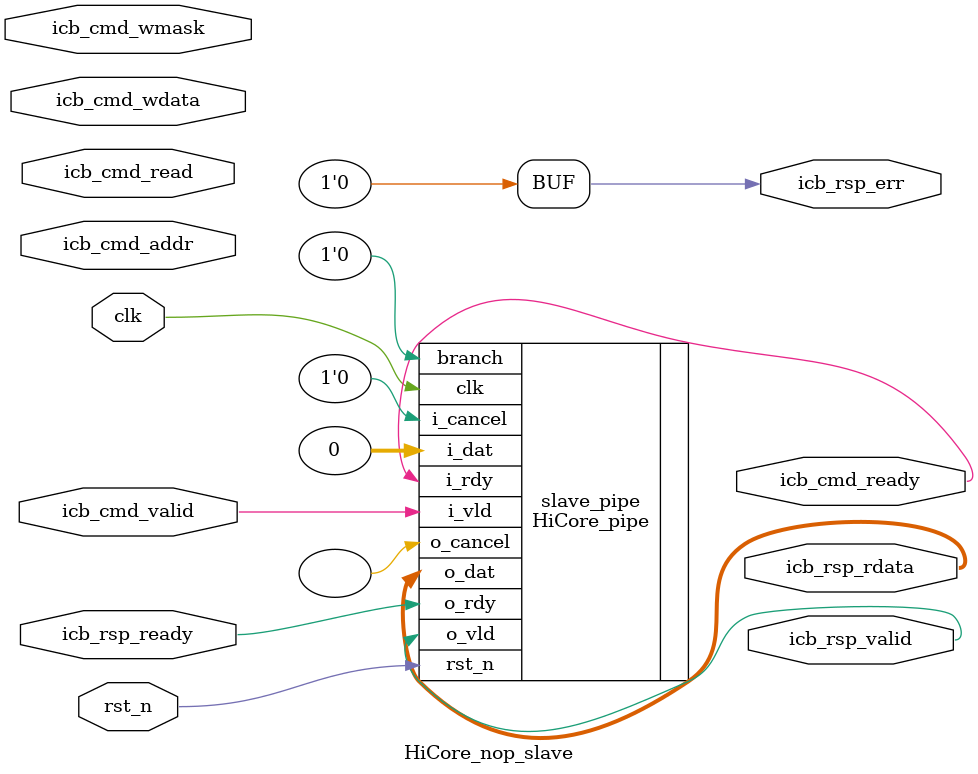
<source format=v>
module HiCore_nop_slave #(
    parameter AW=32,
    parameter DW=32
)(
    input               icb_cmd_valid,
    output              icb_cmd_ready,
    input  [AW-1:0]     icb_cmd_addr,
    input               icb_cmd_read,
    input  [DW-1:0]     icb_cmd_wdata,
    input  [DW/8-1:0]   icb_cmd_wmask,

    input               icb_rsp_ready,
    output              icb_rsp_valid,
    output              icb_rsp_err,
    output [DW-1:0]     icb_rsp_rdata,

    input               clk,
    input               rst_n
);

HiCore_pipe # (
  .CUT_READY(0),
  .DW(DW)
) slave_pipe(
  .i_vld(icb_cmd_valid), 
  .i_rdy(icb_cmd_ready), 
  .i_dat(0),
  .i_cancel(1'b0),
  .o_vld(icb_rsp_valid), 
  .o_rdy(icb_rsp_ready), 
  .o_dat(icb_rsp_rdata),
  .o_cancel(),
  .branch(1'b0),
  .clk(clk),
  .rst_n(rst_n)
);

assign icb_rsp_err = 1'b0;

endmodule

</source>
